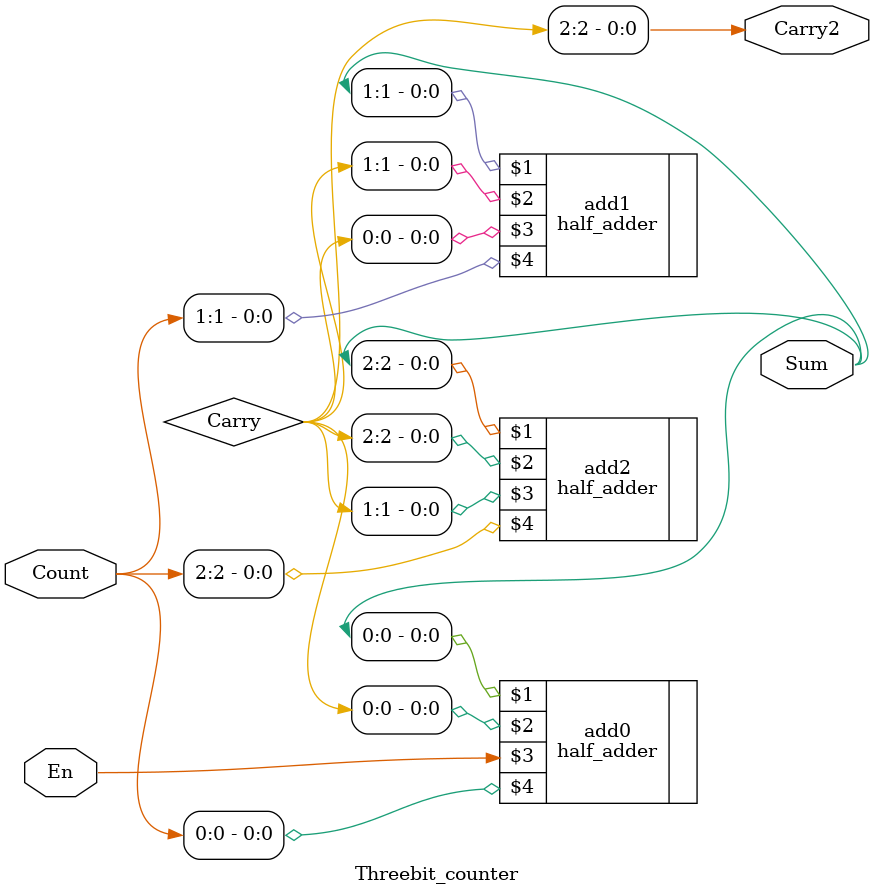
<source format=v>
`timescale 1ns / 1ps


module up_counter(Count, Carry2, En, Clk, Rst);
    input wire En, Clk, Rst;    //Input nets
    output reg [2:0] Count;     //3-bit output net
    output wire Carry2;          //Output net
    
    wire [2:0] Sum;      //For testing purposes
    wire [2:0] Carry;           //Intermediate nets
    
    Threebit_counter UCI(Sum, Carry2, Count, En);       //continuously updating Sum and Carry2 when Count changes. Sum is always 1 greater than Count until rollover
    
    always@(posedge Clk or posedge Rst)
        if(Rst)
            Count <= 0;         //Reset
        else
            Count <= Sum;       //Increment Count leading to new Sum value in counter
endmodule

module Threebit_counter(Sum, Carry2, Count, En);            //Adds En to Count
    input En;
    input [2:0] Count;
    output [2:0] Sum;
    output Carry2;
    wire [2:0] Carry;
    
    half_adder add0(Sum[0], Carry[0], En, Count[0]);
    half_adder add1(Sum[1], Carry[1], Carry[0], Count[1]);
    half_adder add2(Sum[2], Carry[2], Carry[1], Count[2]);
    
    assign Carry2 = Carry[2];
    
endmodule

</source>
